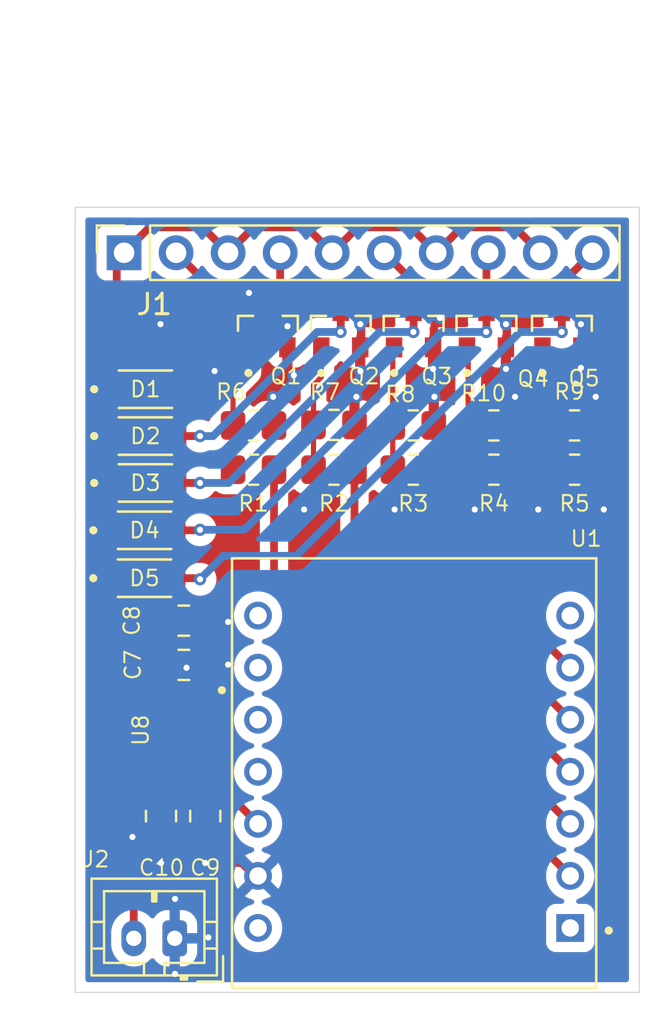
<source format=kicad_pcb>
(kicad_pcb (version 20241229) (generator "pcbnew") (generator_version "9.0")
  (layers (0 "F.Cu" signal) (2 "B.Cu" signal) (13 "F.Paste" user) (15 "B.Paste" user) (5 "F.SilkS" user "F.Silkscreen") (7 "B.SilkS" user "B.Silkscreen") (1 "F.Mask" user) (3 "B.Mask" user) (25 "Edge.Cuts" user))
  (net 0 "")
  (net 1 "GND")
  (net 2 "+V_{BATT}")
  (net 3 "+3V3")
  (net 4 "/MOTOR1-")
  (net 5 "/MOTOR2-")
  (net 6 "/MOTOR3-")
  (net 7 "/MOTOR4-")
  (net 8 "/MOTOR5-")
  (net 9 "/MOTORPWM1")
  (net 10 "/MOTORPWM2")
  (net 11 "/MOTORPWM3")
  (net 12 "/MOTORPWM4")
  (net 13 "/MOTORPWM5")
  (net 14 "Net-(U1-D1)")
  (net 15 "Net-(U1-D2)")
  (net 16 "Net-(U1-D3)")
  (net 17 "Net-(U1-D4)")
  (net 18 "Net-(U1-D5)")
  (footprint "Resistor_SMD:R_0805_2012Metric_Pad1.20x1.40mm_HandSolder" (layer "F.Cu") (at 149.7285 89.1425 180)
    (property "Reference" "R4" (at 0 -1.65 0) (layer "F.SilkS") (effects (font (size 0.762 0.762) (thickness 0.1016))))
    (property "Value" "100R")
    (fp_line (start -0.227064 0.735) (end 0.227064 0.735) (stroke (width 0.12)) (layer "F.SilkS"))
    (fp_line (start -0.227064 -0.735) (end 0.227064 -0.735) (stroke (width 0.12)) (layer "F.SilkS"))
    (pad "1" smd roundrect (at -1 0 180) (size 1.2 1.4) (layers "F.Cu" "F.Mask" "F.Paste") (roundrect_rratio 0.208333) (net 17 "Net-(U1-D4)"))
    (pad "2" smd roundrect (at 1 0 180) (size 1.2 1.4) (layers "F.Cu" "F.Mask" "F.Paste") (roundrect_rratio 0.208333) (net 12 "/MOTORPWM4"))
  )
  (footprint "Resistor_SMD:R_0805_2012Metric_Pad1.20x1.40mm_HandSolder" (layer "F.Cu") (at 153.6655 86.9835)
    (property "Reference" "R9" (at -0.2495 -1.65 0) (layer "F.SilkS") (effects (font (size 0.762 0.762) (thickness 0.1016))))
    (property "Value" "100k")
    (fp_line (start -0.227064 -0.735) (end 0.227064 -0.735) (stroke (width 0.12)) (layer "F.SilkS"))
    (fp_line (start -0.227064 0.735) (end 0.227064 0.735) (stroke (width 0.12)) (layer "F.SilkS"))
    (pad "1" smd roundrect (at -1 0) (size 1.2 1.4) (layers "F.Cu" "F.Mask" "F.Paste") (roundrect_rratio 0.208333) (net 13 "/MOTORPWM5"))
    (pad "2" smd roundrect (at 1 0) (size 1.2 1.4) (layers "F.Cu" "F.Mask" "F.Paste") (roundrect_rratio 0.208333) (net 1 "GND"))
  )
  (footprint "PMEG2010EH_115:DIO_PMEG3020EH_115" (layer "F.Cu") (at 132.6705 94.436)
    (property "Reference" "D5" (at 0 0 0) (layer "F.SilkS") (effects (font (size 0.762 0.762) (thickness 0.1016))))
    (property "Value" "D_Schottky")
    (fp_line (start -1.3 -0.9135) (end 1.3 -0.9135) (stroke (width 0.127)) (layer "F.SilkS"))
    (fp_line (start 1.3 0.9135) (end -1.3 0.9135) (stroke (width 0.127)) (layer "F.SilkS"))
    (fp_circle (center -2.5 0) (end -2.4 0) (stroke (width 0.2)) (fill no) (layer "F.SilkS"))
    (pad "1" smd rect (at -1.4 0) (size 1.2 1.2) (layers "F.Cu") (net 2 "+V_{BATT}"))
    (pad "2" smd rect (at 1.4 0) (size 1.2 1.2) (layers "F.Cu") (net 8 "/MOTOR5-"))
  )
  (footprint "PMEG2010EH_115:DIO_PMEG3020EH_115" (layer "F.Cu") (at 132.715 87.503)
    (property "Reference" "D2" (at 0 0 0) (layer "F.SilkS") (effects (font (size 0.762 0.762) (thickness 0.1016))))
    (property "Value" "D_Schottky")
    (fp_line (start -1.3 -0.9135) (end 1.3 -0.9135) (stroke (width 0.127)) (layer "F.SilkS"))
    (fp_line (start 1.3 0.9135) (end -1.3 0.9135) (stroke (width 0.127)) (layer "F.SilkS"))
    (fp_circle (center -2.5 0) (end -2.4 0) (stroke (width 0.2)) (fill no) (layer "F.SilkS"))
    (pad "1" smd rect (at -1.4 0) (size 1.2 1.2) (layers "F.Cu") (net 2 "+V_{BATT}"))
    (pad "2" smd rect (at 1.4 0) (size 1.2 1.2) (layers "F.Cu") (net 5 "/MOTOR2-"))
  )
  (footprint "IRLML6344TRPBF:TRANS_IRLML6344TRPBF" (layer "F.Cu") (at 138.6955 82.2885 90)
    (property "Reference" "Q1" (at -2.2935 0.8775 180) (layer "F.SilkS") (effects (font (size 0.762 0.762) (thickness 0.1016))))
    (property "Value" "Q_NMOS_GSD")
    (fp_line (start 0.65 -1.46) (end -0.079 -1.46) (stroke (width 0.127)) (layer "F.SilkS"))
    (fp_line (start 0.65 -0.721) (end 0.65 -1.46) (stroke (width 0.127)) (layer "F.SilkS"))
    (fp_line (start 0.65 1.46) (end 0.65 0.721) (stroke (width 0.127)) (layer "F.SilkS"))
    (fp_line (start -0.079 1.46) (end 0.65 1.46) (stroke (width 0.127)) (layer "F.SilkS"))
    (fp_circle (center -2.135 -0.95) (end -2.035 -0.95) (stroke (width 0.2)) (fill no) (layer "F.SilkS"))
    (pad "1" smd rect (at -0.885 -0.95 90) (size 0.972 0.802) (layers "F.Cu" "F.Mask" "F.Paste") (net 9 "/MOTORPWM1"))
    (pad "2" smd rect (at -0.885 0.95 90) (size 0.972 0.802) (layers "F.Cu" "F.Mask" "F.Paste") (net 1 "GND"))
    (pad "3" smd rect (at 0.885 0 90) (size 0.972 0.802) (layers "F.Cu" "F.Mask" "F.Paste") (net 4 "/MOTOR1-"))
  )
  (footprint "PMEG2010EH_115:DIO_PMEG3020EH_115" (layer "F.Cu") (at 132.715 85.217)
    (property "Reference" "D1" (at 0 0 0) (layer "F.SilkS") (effects (font (size 0.762 0.762) (thickness 0.1016))))
    (property "Value" "D_Schottky")
    (fp_line (start -1.3 -0.9135) (end 1.3 -0.9135) (stroke (width 0.127)) (layer "F.SilkS"))
    (fp_line (start 1.3 0.9135) (end -1.3 0.9135) (stroke (width 0.127)) (layer "F.SilkS"))
    (fp_circle (center -2.5 0) (end -2.4 0) (stroke (width 0.2)) (fill no) (layer "F.SilkS"))
    (pad "1" smd rect (at -1.4 0) (size 1.2 1.2) (layers "F.Cu") (net 2 "+V_{BATT}"))
    (pad "2" smd rect (at 1.4 0) (size 1.2 1.2) (layers "F.Cu") (net 4 "/MOTOR1-"))
  )
  (footprint "Capacitor_SMD:C_0805_2012Metric_Pad1.18x1.45mm_HandSolder" (layer "F.Cu") (at 134.5907 98.6663)
    (property "Reference" "C7" (at -2.4892 0 90) (layer "F.SilkS") (effects (font (size 0.762 0.762) (thickness 0.1016))))
    (property "Value" "10uF")
    (fp_line (start -0.261252 -0.735) (end 0.261252 -0.735) (stroke (width 0.12)) (layer "F.SilkS"))
    (fp_line (start -0.261252 0.735) (end 0.261252 0.735) (stroke (width 0.12)) (layer "F.SilkS"))
    (pad "1" smd roundrect (at -1.0375 0) (size 1.175 1.45) (layers "F.Cu" "F.Mask" "F.Paste") (roundrect_rratio 0.212766) (net 2 "+V_{BATT}"))
    (pad "2" smd roundrect (at 1.0375 0) (size 1.175 1.45) (layers "F.Cu" "F.Mask" "F.Paste") (roundrect_rratio 0.212766) (net 1 "GND"))
  )
  (footprint "Resistor_SMD:R_0805_2012Metric_Pad1.20x1.40mm_HandSolder" (layer "F.Cu") (at 153.6655 89.1425 180)
    (property "Reference" "R5" (at 0 -1.65 0) (layer "F.SilkS") (effects (font (size 0.762 0.762) (thickness 0.1016))))
    (property "Value" "100R")
    (fp_line (start -0.227064 0.735) (end 0.227064 0.735) (stroke (width 0.12)) (layer "F.SilkS"))
    (fp_line (start -0.227064 -0.735) (end 0.227064 -0.735) (stroke (width 0.12)) (layer "F.SilkS"))
    (pad "1" smd roundrect (at -1 0 180) (size 1.2 1.4) (layers "F.Cu" "F.Mask" "F.Paste") (roundrect_rratio 0.208333) (net 18 "Net-(U1-D5)"))
    (pad "2" smd roundrect (at 1 0 180) (size 1.2 1.4) (layers "F.Cu" "F.Mask" "F.Paste") (roundrect_rratio 0.208333) (net 13 "/MOTORPWM5"))
  )
  (footprint "Capacitor_SMD:C_0805_2012Metric_Pad1.18x1.45mm_HandSolder" (layer "F.Cu") (at 134.5907 96.5073)
    (property "Reference" "C8" (at -2.54 0 90) (layer "F.SilkS") (effects (font (size 0.762 0.762) (thickness 0.1016))))
    (property "Value" "1uF")
    (fp_line (start -0.261252 -0.735) (end 0.261252 -0.735) (stroke (width 0.12)) (layer "F.SilkS"))
    (fp_line (start -0.261252 0.735) (end 0.261252 0.735) (stroke (width 0.12)) (layer "F.SilkS"))
    (pad "1" smd roundrect (at -1.0375 0) (size 1.175 1.45) (layers "F.Cu" "F.Mask" "F.Paste") (roundrect_rratio 0.212766) (net 2 "+V_{BATT}"))
    (pad "2" smd roundrect (at 1.0375 0) (size 1.175 1.45) (layers "F.Cu" "F.Mask" "F.Paste") (roundrect_rratio 0.212766) (net 1 "GND"))
  )
  (footprint "Connector_PinSocket_2.54mm:PinSocket_1x10_P2.54mm_Vertical" (layer "F.Cu") (at 131.6736 78.5591 90)
    (property "Reference" "J1" (at -2.5177 1.4732 180) (layer "F.SilkS"))
    (property "Value" "Conn_01x10_Socket")
    (fp_line (start 1.33 -1.33) (end 1.33 0) (stroke (width 0.12)) (layer "F.SilkS"))
    (fp_line (start 0 -1.33) (end 1.33 -1.33) (stroke (width 0.12)) (layer "F.SilkS"))
    (fp_line (start 1.33 1.27) (end 1.33 24.19) (stroke (width 0.12)) (layer "F.SilkS"))
    (fp_line (start -1.33 1.27) (end 1.33 1.27) (stroke (width 0.12)) (layer "F.SilkS"))
    (fp_line (start -1.33 1.27) (end -1.33 24.19) (stroke (width 0.12)) (layer "F.SilkS"))
    (fp_line (start -1.33 24.19) (end 1.33 24.19) (stroke (width 0.12)) (layer "F.SilkS"))
    (pad "1" thru_hole rect (at 0 0 90) (size 1.7 1.7) (drill 1) (layers "*.Cu" "*.Mask") (net 2 "+V_{BATT}"))
    (pad "2" thru_hole oval (at 0 2.54 90) (size 1.7 1.7) (drill 1) (layers "*.Cu" "*.Mask") (net 4 "/MOTOR1-"))
    (pad "3" thru_hole oval (at 0 5.08 90) (size 1.7 1.7) (drill 1) (layers "*.Cu" "*.Mask") (net 2 "+V_{BATT}"))
    (pad "4" thru_hole oval (at 0 7.62 90) (size 1.7 1.7) (drill 1) (layers "*.Cu" "*.Mask") (net 5 "/MOTOR2-"))
    (pad "5" thru_hole oval (at 0 10.16 90) (size 1.7 1.7) (drill 1) (layers "*.Cu" "*.Mask") (net 2 "+V_{BATT}"))
    (pad "6" thru_hole oval (at 0 12.7 90) (size 1.7 1.7) (drill 1) (layers "*.Cu" "*.Mask") (net 6 "/MOTOR3-"))
    (pad "7" thru_hole oval (at 0 15.24 90) (size 1.7 1.7) (drill 1) (layers "*.Cu" "*.Mask") (net 2 "+V_{BATT}"))
    (pad "8" thru_hole oval (at 0 17.78 90) (size 1.7 1.7) (drill 1) (layers "*.Cu" "*.Mask") (net 7 "/MOTOR4-"))
    (pad "9" thru_hole oval (at 0 20.32 90) (size 1.7 1.7) (drill 1) (layers "*.Cu" "*.Mask") (net 2 "+V_{BATT}"))
    (pad "10" thru_hole oval (at 0 22.86 90) (size 1.7 1.7) (drill 1) (layers "*.Cu" "*.Mask") (net 8 "/MOTOR5-"))
  )
  (footprint "Resistor_SMD:R_0805_2012Metric_Pad1.20x1.40mm_HandSolder" (layer "F.Cu") (at 149.7285 86.9835)
    (property "Reference" "R10" (at -0.5035 -1.57 0) (layer "F.SilkS") (effects (font (size 0.762 0.762) (thickness 0.1016))))
    (property "Value" "100k")
    (fp_line (start -0.227064 -0.735) (end 0.227064 -0.735) (stroke (width 0.12)) (layer "F.SilkS"))
    (fp_line (start -0.227064 0.735) (end 0.227064 0.735) (stroke (width 0.12)) (layer "F.SilkS"))
    (pad "1" smd roundrect (at -1 0) (size 1.2 1.4) (layers "F.Cu" "F.Mask" "F.Paste") (roundrect_rratio 0.208333) (net 12 "/MOTORPWM4"))
    (pad "2" smd roundrect (at 1 0) (size 1.2 1.4) (layers "F.Cu" "F.Mask" "F.Paste") (roundrect_rratio 0.208333) (net 1 "GND"))
  )
  (footprint "Resistor_SMD:R_0805_2012Metric_Pad1.20x1.40mm_HandSolder" (layer "F.Cu") (at 141.9213 89.1425 180)
    (property "Reference" "R2" (at 0 -1.65 0) (layer "F.SilkS") (effects (font (size 0.762 0.762) (thickness 0.1016))))
    (property "Value" "100R")
    (fp_line (start -0.227064 0.735) (end 0.227064 0.735) (stroke (width 0.12)) (layer "F.SilkS"))
    (fp_line (start -0.227064 -0.735) (end 0.227064 -0.735) (stroke (width 0.12)) (layer "F.SilkS"))
    (pad "1" smd roundrect (at -1 0 180) (size 1.2 1.4) (layers "F.Cu" "F.Mask" "F.Paste") (roundrect_rratio 0.208333) (net 15 "Net-(U1-D2)"))
    (pad "2" smd roundrect (at 1 0 180) (size 1.2 1.4) (layers "F.Cu" "F.Mask" "F.Paste") (roundrect_rratio 0.208333) (net 10 "/MOTORPWM2"))
  )
  (footprint "STLQ015M33R:SOT95P280X145-5N" (layer "F.Cu") (at 134.747 101.852 -90)
    (property "Reference" "U8" (at 0.002 2.2606 90) (layer "F.SilkS") (effects (font (size 0.762 0.762) (thickness 0.1016))))
    (property "Value" "STLQ015M33R")
    (fp_circle (center -1.95 -1.7) (end -1.85 -1.7) (stroke (width 0.2)) (fill no) (layer "F.SilkS"))
    (pad "1" smd roundrect (at -1.145 -0.95 270) (size 1.32 0.59) (layers "F.Cu" "F.Mask" "F.Paste") (roundrect_rratio 0.125) (net 2 "+V_{BATT}"))
    (pad "2" smd roundrect (at -1.145 0 270) (size 1.32 0.59) (layers "F.Cu" "F.Mask" "F.Paste") (roundrect_rratio 0.125) (net 1 "GND"))
    (pad "3" smd roundrect (at -1.145 0.95 270) (size 1.32 0.59) (layers "F.Cu" "F.Mask" "F.Paste") (roundrect_rratio 0.125) (net 2 "+V_{BATT}"))
    (pad "4" smd roundrect (at 1.145 0.95 270) (size 1.32 0.59) (layers "F.Cu" "F.Mask" "F.Paste") (roundrect_rratio 0.125))
    (pad "5" smd roundrect (at 1.145 -0.95 270) (size 1.32 0.59) (layers "F.Cu" "F.Mask" "F.Paste") (roundrect_rratio 0.125) (net 3 "+3V3"))
  )
  (footprint "IRLML6344TRPBF:TRANS_IRLML6344TRPBF" (layer "F.Cu") (at 145.8075 82.2885 90)
    (property "Reference" "Q3" (at -2.2935 1.1315 180) (layer "F.SilkS") (effects (font (size 0.762 0.762) (thickness 0.1016))))
    (property "Value" "Q_NMOS_GSD")
    (fp_line (start 0.65 -1.46) (end -0.079 -1.46) (stroke (width 0.127)) (layer "F.SilkS"))
    (fp_line (start 0.65 -0.721) (end 0.65 -1.46) (stroke (width 0.127)) (layer "F.SilkS"))
    (fp_line (start 0.65 1.46) (end 0.65 0.721) (stroke (width 0.127)) (layer "F.SilkS"))
    (fp_line (start -0.079 1.46) (end 0.65 1.46) (stroke (width 0.127)) (layer "F.SilkS"))
    (fp_circle (center -2.135 -0.95) (end -2.035 -0.95) (stroke (width 0.2)) (fill no) (layer "F.SilkS"))
    (pad "1" smd rect (at -0.885 -0.95 90) (size 0.972 0.802) (layers "F.Cu" "F.Mask" "F.Paste") (net 11 "/MOTORPWM3"))
    (pad "2" smd rect (at -0.885 0.95 90) (size 0.972 0.802) (layers "F.Cu" "F.Mask" "F.Paste") (net 1 "GND"))
    (pad "3" smd rect (at 0.885 0 90) (size 0.972 0.802) (layers "F.Cu" "F.Mask" "F.Paste") (net 6 "/MOTOR3-"))
  )
  (footprint "Resistor_SMD:R_0805_2012Metric_Pad1.20x1.40mm_HandSolder" (layer "F.Cu") (at 137.9937 86.9835)
    (property "Reference" "R6" (at -1.0877 -1.6395 0) (layer "F.SilkS") (effects (font (size 0.762 0.762) (thickness 0.1016))))
    (property "Value" "100k")
    (fp_line (start -0.227064 -0.735) (end 0.227064 -0.735) (stroke (width 0.12)) (layer "F.SilkS"))
    (fp_line (start -0.227064 0.735) (end 0.227064 0.735) (stroke (width 0.12)) (layer "F.SilkS"))
    (pad "1" smd roundrect (at -1 0) (size 1.2 1.4) (layers "F.Cu" "F.Mask" "F.Paste") (roundrect_rratio 0.208333) (net 9 "/MOTORPWM1"))
    (pad "2" smd roundrect (at 1 0) (size 1.2 1.4) (layers "F.Cu" "F.Mask" "F.Paste") (roundrect_rratio 0.208333) (net 1 "GND"))
  )
  (footprint "Resistor_SMD:R_0805_2012Metric_Pad1.20x1.40mm_HandSolder" (layer "F.Cu") (at 145.7915 89.1425 180)
    (property "Reference" "R3" (at 0 -1.651 0) (layer "F.SilkS") (effects (font (size 0.762 0.762) (thickness 0.1016))))
    (property "Value" "100R")
    (fp_line (start -0.227064 0.735) (end 0.227064 0.735) (stroke (width 0.12)) (layer "F.SilkS"))
    (fp_line (start -0.227064 -0.735) (end 0.227064 -0.735) (stroke (width 0.12)) (layer "F.SilkS"))
    (pad "1" smd roundrect (at -1 0 180) (size 1.2 1.4) (layers "F.Cu" "F.Mask" "F.Paste") (roundrect_rratio 0.208333) (net 16 "Net-(U1-D3)"))
    (pad "2" smd roundrect (at 1 0 180) (size 1.2 1.4) (layers "F.Cu" "F.Mask" "F.Paste") (roundrect_rratio 0.208333) (net 11 "/MOTORPWM3"))
  )
  (footprint "Resistor_SMD:R_0805_2012Metric_Pad1.20x1.40mm_HandSolder" (layer "F.Cu") (at 137.9937 89.1425 180)
    (property "Reference" "R1" (at 0 -1.65 0) (layer "F.SilkS") (effects (font (size 0.762 0.762) (thickness 0.1016))))
    (property "Value" "100R")
    (fp_line (start -0.227064 0.735) (end 0.227064 0.735) (stroke (width 0.12)) (layer "F.SilkS"))
    (fp_line (start -0.227064 -0.735) (end 0.227064 -0.735) (stroke (width 0.12)) (layer "F.SilkS"))
    (pad "1" smd roundrect (at -1 0 180) (size 1.2 1.4) (layers "F.Cu" "F.Mask" "F.Paste") (roundrect_rratio 0.208333) (net 14 "Net-(U1-D1)"))
    (pad "2" smd roundrect (at 1 0 180) (size 1.2 1.4) (layers "F.Cu" "F.Mask" "F.Paste") (roundrect_rratio 0.208333) (net 9 "/MOTORPWM1"))
  )
  (footprint "Capacitor_SMD:C_0805_2012Metric_Pad1.18x1.45mm_HandSolder" (layer "F.Cu") (at 135.636 106.043 -90)
    (property "Reference" "C9" (at 2.5166 0 180) (layer "F.SilkS") (effects (font (size 0.762 0.762) (thickness 0.1016))))
    (property "Value" "1uF")
    (fp_line (start -0.261252 0.735) (end 0.261252 0.735) (stroke (width 0.12)) (layer "F.SilkS"))
    (fp_line (start -0.261252 -0.735) (end 0.261252 -0.735) (stroke (width 0.12)) (layer "F.SilkS"))
    (pad "1" smd roundrect (at -1.0375 0 270) (size 1.175 1.45) (layers "F.Cu" "F.Mask" "F.Paste") (roundrect_rratio 0.212766) (net 3 "+3V3"))
    (pad "2" smd roundrect (at 1.0375 0 270) (size 1.175 1.45) (layers "F.Cu" "F.Mask" "F.Paste") (roundrect_rratio 0.212766) (net 1 "GND"))
  )
  (footprint "PMEG2010EH_115:DIO_PMEG3020EH_115" (layer "F.Cu") (at 132.715 89.789)
    (property "Reference" "D3" (at 0 0 0) (layer "F.SilkS") (effects (font (size 0.762 0.762) (thickness 0.1016))))
    (property "Value" "D_Schottky")
    (fp_line (start -1.3 -0.9135) (end 1.3 -0.9135) (stroke (width 0.127)) (layer "F.SilkS"))
    (fp_line (start 1.3 0.9135) (end -1.3 0.9135) (stroke (width 0.127)) (layer "F.SilkS"))
    (fp_circle (center -2.5 0) (end -2.4 0) (stroke (width 0.2)) (fill no) (layer "F.SilkS"))
    (pad "1" smd rect (at -1.4 0) (size 1.2 1.2) (layers "F.Cu") (net 2 "+V_{BATT}"))
    (pad "2" smd rect (at 1.4 0) (size 1.2 1.2) (layers "F.Cu") (net 6 "/MOTOR3-"))
  )
  (footprint "Capacitor_SMD:C_0805_2012Metric_Pad1.18x1.45mm_HandSolder" (layer "F.Cu") (at 133.477 106.043 -90)
    (property "Reference" "C10" (at 2.5166 -0.0254 180) (layer "F.SilkS") (effects (font (size 0.762 0.762) (thickness 0.1016))))
    (property "Value" "10uF")
    (fp_line (start -0.261252 0.735) (end 0.261252 0.735) (stroke (width 0.12)) (layer "F.SilkS"))
    (fp_line (start -0.261252 -0.735) (end 0.261252 -0.735) (stroke (width 0.12)) (layer "F.SilkS"))
    (pad "1" smd roundrect (at -1.0375 0 270) (size 1.175 1.45) (layers "F.Cu" "F.Mask" "F.Paste") (roundrect_rratio 0.212766) (net 3 "+3V3"))
    (pad "2" smd roundrect (at 1.0375 0 270) (size 1.175 1.45) (layers "F.Cu" "F.Mask" "F.Paste") (roundrect_rratio 0.212766) (net 1 "GND"))
  )
  (footprint "IRLML6344TRPBF:TRANS_IRLML6344TRPBF" (layer "F.Cu") (at 142.2515 82.2885 90)
    (property "Reference" "Q2" (at -2.2935 1.1315 180) (layer "F.SilkS") (effects (font (size 0.762 0.762) (thickness 0.1016))))
    (property "Value" "Q_NMOS_GSD")
    (fp_line (start 0.65 -1.46) (end -0.079 -1.46) (stroke (width 0.127)) (layer "F.SilkS"))
    (fp_line (start 0.65 -0.721) (end 0.65 -1.46) (stroke (width 0.127)) (layer "F.SilkS"))
    (fp_line (start 0.65 1.46) (end 0.65 0.721) (stroke (width 0.127)) (layer "F.SilkS"))
    (fp_line (start -0.079 1.46) (end 0.65 1.46) (stroke (width 0.127)) (layer "F.SilkS"))
    (fp_circle (center -2.135 -0.95) (end -2.035 -0.95) (stroke (width 0.2)) (fill no) (layer "F.SilkS"))
    (pad "1" smd rect (at -0.885 -0.95 90) (size 0.972 0.802) (layers "F.Cu" "F.Mask" "F.Paste") (net 10 "/MOTORPWM2"))
    (pad "2" smd rect (at -0.885 0.95 90) (size 0.972 0.802) (layers "F.Cu" "F.Mask" "F.Paste") (net 1 "GND"))
    (pad "3" smd rect (at 0.885 0 90) (size 0.972 0.802) (layers "F.Cu" "F.Mask" "F.Paste") (net 5 "/MOTOR2-"))
  )
  (footprint "113991054:MODULE_113991054" (layer "F.Cu") (at 145.8333 103.9438 180)
    (property "Reference" "U1" (at -8.3955 11.437 0) (layer "F.SilkS") (effects (font (size 0.762 0.762) (thickness 0.1016))))
    (property "Value" "113991054")
    (fp_line (start 8.89 10.4775) (end -8.89 10.4775) (stroke (width 0.127)) (layer "F.SilkS"))
    (fp_line (start 8.89 -10.4775) (end 8.89 10.4775) (stroke (width 0.127)) (layer "F.SilkS"))
    (fp_line (start -8.89 10.4775) (end -8.89 -10.4775) (stroke (width 0.127)) (layer "F.SilkS"))
    (fp_line (start -8.89 -10.4775) (end 8.89 -10.4775) (stroke (width 0.127)) (layer "F.SilkS"))
    (fp_circle (center -9.5 -7.6835) (end -9.4 -7.6835) (stroke (width 0.2)) (fill no) (layer "F.SilkS"))
    (pad "1" thru_hole rect (at -7.62 -7.5565 180) (size 1.358 1.358) (drill 0.85) (layers "*.Cu" "*.Mask"))
    (pad "2" thru_hole circle (at -7.62 -5.0165 180) (size 1.358 1.358) (drill 0.85) (layers "*.Cu" "*.Mask") (net 14 "Net-(U1-D1)"))
    (pad "3" thru_hole circle (at -7.62 -2.4765 180) (size 1.358 1.358) (drill 0.85) (layers "*.Cu" "*.Mask") (net 15 "Net-(U1-D2)"))
    (pad "4" thru_hole circle (at -7.62 0.0635 180) (size 1.358 1.358) (drill 0.85) (layers "*.Cu" "*.Mask") (net 16 "Net-(U1-D3)"))
    (pad "5" thru_hole circle (at -7.62 2.6035 180) (size 1.358 1.358) (drill 0.85) (layers "*.Cu" "*.Mask") (net 17 "Net-(U1-D4)"))
    (pad "6" thru_hole circle (at -7.62 5.1435 180) (size 1.358 1.358) (drill 0.85) (layers "*.Cu" "*.Mask") (net 18 "Net-(U1-D5)"))
    (pad "7" thru_hole circle (at -7.62 7.6835 180) (size 1.358 1.358) (drill 0.85) (layers "*.Cu" "*.Mask"))
    (pad "8" thru_hole circle (at 7.62 7.6835 180) (size 1.358 1.358) (drill 0.85) (layers "*.Cu" "*.Mask"))
    (pad "9" thru_hole circle (at 7.62 5.1435 180) (size 1.358 1.358) (drill 0.85) (layers "*.Cu" "*.Mask"))
    (pad "10" thru_hole circle (at 7.62 2.6035 180) (size 1.358 1.358) (drill 0.85) (layers "*.Cu" "*.Mask"))
    (pad "11" thru_hole circle (at 7.62 0.0635 180) (size 1.358 1.358) (drill 0.85) (layers "*.Cu" "*.Mask"))
    (pad "12" thru_hole circle (at 7.62 -2.4765 180) (size 1.358 1.358) (drill 0.85) (layers "*.Cu" "*.Mask") (net 3 "+3V3"))
    (pad "13" thru_hole circle (at 7.62 -5.0165 180) (size 1.358 1.358) (drill 0.85) (layers "*.Cu" "*.Mask") (net 1 "GND"))
    (pad "14" thru_hole circle (at 7.62 -7.5565 180) (size 1.358 1.358) (drill 0.85) (layers "*.Cu" "*.Mask"))
  )
  (footprint "Resistor_SMD:R_0805_2012Metric_Pad1.20x1.40mm_HandSolder" (layer "F.Cu") (at 141.9213 86.9581)
    (property "Reference" "R7" (at -0.4433 -1.6141 0) (layer "F.SilkS") (effects (font (size 0.762 0.762) (thickness 0.1016))))
    (property "Value" "100k")
    (fp_line (start -0.227064 -0.735) (end 0.227064 -0.735) (stroke (width 0.12)) (layer "F.SilkS"))
    (fp_line (start -0.227064 0.735) (end 0.227064 0.735) (stroke (width 0.12)) (layer "F.SilkS"))
    (pad "1" smd roundrect (at -1 0) (size 1.2 1.4) (layers "F.Cu" "F.Mask" "F.Paste") (roundrect_rratio 0.208333) (net 10 "/MOTORPWM2"))
    (pad "2" smd roundrect (at 1 0) (size 1.2 1.4) (layers "F.Cu" "F.Mask" "F.Paste") (roundrect_rratio 0.208333) (net 1 "GND"))
  )
  (footprint "PMEG2010EH_115:DIO_PMEG3020EH_115" (layer "F.Cu") (at 132.6735 92.1)
    (property "Reference" "D4" (at 0 0 0) (layer "F.SilkS") (effects (font (size 0.762 0.762) (thickness 0.1016))))
    (property "Value" "D_Schottky")
    (fp_line (start -1.3 -0.9135) (end 1.3 -0.9135) (stroke (width 0.127)) (layer "F.SilkS"))
    (fp_line (start 1.3 0.9135) (end -1.3 0.9135) (stroke (width 0.127)) (layer "F.SilkS"))
    (fp_circle (center -2.5 0) (end -2.4 0) (stroke (width 0.2)) (fill no) (layer "F.SilkS"))
    (pad "1" smd rect (at -1.4 0) (size 1.2 1.2) (layers "F.Cu") (net 2 "+V_{BATT}"))
    (pad "2" smd rect (at 1.4 0) (size 1.2 1.2) (layers "F.Cu") (net 7 "/MOTOR4-"))
  )
  (footprint "IRLML6344TRPBF:TRANS_IRLML6344TRPBF" (layer "F.Cu") (at 153.0465 82.2885 90)
    (property "Reference" "Q5" (at -2.3951 1.0807 180) (layer "F.SilkS") (effects (font (size 0.762 0.762) (thickness 0.1016))))
    (property "Value" "Q_NMOS_GSD")
    (fp_line (start 0.65 -1.46) (end -0.079 -1.46) (stroke (width 0.127)) (layer "F.SilkS"))
    (fp_line (start 0.65 -0.721) (end 0.65 -1.46) (stroke (width 0.127)) (layer "F.SilkS"))
    (fp_line (start 0.65 1.46) (end 0.65 0.721) (stroke (width 0.127)) (layer "F.SilkS"))
    (fp_line (start -0.079 1.46) (end 0.65 1.46) (stroke (width 0.127)) (layer "F.SilkS"))
    (fp_circle (center -2.135 -0.95) (end -2.035 -0.95) (stroke (width 0.2)) (fill no) (layer "F.SilkS"))
    (pad "1" smd rect (at -0.885 -0.95 90) (size 0.972 0.802) (layers "F.Cu" "F.Mask" "F.Paste") (net 13 "/MOTORPWM5"))
    (pad "2" smd rect (at -0.885 0.95 90) (size 0.972 0.802) (layers "F.Cu" "F.Mask" "F.Paste") (net 1 "GND"))
    (pad "3" smd rect (at 0.885 0 90) (size 0.972 0.802) (layers "F.Cu" "F.Mask" "F.Paste") (net 8 "/MOTOR5-"))
  )
  (footprint "Resistor_SMD:R_0805_2012Metric_Pad1.20x1.40mm_HandSolder" (layer "F.Cu") (at 145.7915 86.9835)
    (property "Reference" "R8" (at -0.6305 -1.524 0) (layer "F.SilkS") (effects (font (size 0.762 0.762) (thickness 0.1016))))
    (property "Value" "100k")
    (fp_line (start -0.227064 -0.735) (end 0.227064 -0.735) (stroke (width 0.12)) (layer "F.SilkS"))
    (fp_line (start -0.227064 0.735) (end 0.227064 0.735) (stroke (width 0.12)) (layer "F.SilkS"))
    (pad "1" smd roundrect (at -1 0) (size 1.2 1.4) (layers "F.Cu" "F.Mask" "F.Paste") (roundrect_rratio 0.208333) (net 11 "/MOTORPWM3"))
    (pad "2" smd roundrect (at 1 0) (size 1.2 1.4) (layers "F.Cu" "F.Mask" "F.Paste") (roundrect_rratio 0.208333) (net 1 "GND"))
  )
  (footprint "Connector_JST:JST_PH_B2B-PH-K_1x02_P2.00mm_Vertical" (layer "F.Cu") (at 134.1468 112.0052 180)
    (property "Reference" "J2" (at 3.8448 3.852 180) (layer "F.SilkS") (effects (font (size 0.762 0.762) (thickness 0.1016))))
    (property "Value" "Conn_01x02_Socket")
    (fp_line (start 4.06 2.91) (end 4.06 -1.81) (stroke (width 0.12)) (layer "F.SilkS"))
    (fp_line (start 4.06 0.8) (end 3.45 0.8) (stroke (width 0.12)) (layer "F.SilkS"))
    (fp_line (start 4.06 -0.5) (end 3.45 -0.5) (stroke (width 0.12)) (layer "F.SilkS"))
    (fp_line (start 4.06 -1.81) (end -2.06 -1.81) (stroke (width 0.12)) (layer "F.SilkS"))
    (fp_line (start 3.45 2.3) (end 3.45 -1.2) (stroke (width 0.12)) (layer "F.SilkS"))
    (fp_line (start 3.45 -1.2) (end 1.5 -1.2) (stroke (width 0.12)) (layer "F.SilkS"))
    (fp_line (start 1.5 -1.2) (end 1.5 -1.81) (stroke (width 0.12)) (layer "F.SilkS"))
    (fp_line (start 1.1 1.8) (end 1.1 2.3) (stroke (width 0.12)) (layer "F.SilkS"))
    (fp_line (start 1 2.3) (end 1 1.8) (stroke (width 0.12)) (layer "F.SilkS"))
    (fp_line (start 0.9 2.3) (end 0.9 1.8) (stroke (width 0.12)) (layer "F.SilkS"))
    (fp_line (start 0.9 1.8) (end 1.1 1.8) (stroke (width 0.12)) (layer "F.SilkS"))
    (fp_line (start 0.5 -1.2) (end -1.45 -1.2) (stroke (width 0.12)) (layer "F.SilkS"))
    (fp_line (start 0.5 -1.81) (end 0.5 -1.2) (stroke (width 0.12)) (layer "F.SilkS"))
    (fp_line (start -0.3 -1.81) (end -0.3 -2.01) (stroke (width 0.12)) (layer "F.SilkS"))
    (fp_line (start -0.3 -1.91) (end -0.6 -1.91) (stroke (width 0.12)) (layer "F.SilkS"))
    (fp_line (start -0.3 -2.01) (end -0.6 -2.01) (stroke (width 0.12)) (layer "F.SilkS"))
    (fp_line (start -0.6 -2.01) (end -0.6 -1.81) (stroke (width 0.12)) (layer "F.SilkS"))
    (fp_line (start -1.11 -2.11) (end -2.36 -2.11) (stroke (width 0.12)) (layer "F.SilkS"))
    (fp_line (start -1.45 2.3) (end 3.45 2.3) (stroke (width 0.12)) (layer "F.SilkS"))
    (fp_line (start -1.45 -1.2) (end -1.45 2.3) (stroke (width 0.12)) (layer "F.SilkS"))
    (fp_line (start -2.06 2.91) (end 4.06 2.91) (stroke (width 0.12)) (layer "F.SilkS"))
    (fp_line (start -2.06 0.8) (end -1.45 0.8) (stroke (width 0.12)) (layer "F.SilkS"))
    (fp_line (start -2.06 -0.5) (end -1.45 -0.5) (stroke (width 0.12)) (layer "F.SilkS"))
    (fp_line (start -2.06 -1.81) (end -2.06 2.91) (stroke (width 0.12)) (layer "F.SilkS"))
    (fp_line (start -2.36 -2.11) (end -2.36 -0.86) (stroke (width 0.12)) (layer "F.SilkS"))
    (pad "1" thru_hole roundrect (at 0 0 180) (size 1.2 1.75) (drill 0.75) (layers "*.Cu" "*.Mask") (roundrect_rratio 0.208333) (net 1 "GND"))
    (pad "2" thru_hole oval (at 2 0 180) (size 1.2 1.75) (drill 0.75) (layers "*.Cu" "*.Mask") (net 2 "+V_{BATT}"))
  )
  (footprint "IRLML6344TRPBF:TRANS_IRLML6344TRPBF" (layer "F.Cu") (at 149.3635 82.2885 90)
    (property "Reference" "Q4" (at -2.4205 2.2745 180) (layer "F.SilkS") (effects (font (size 0.762 0.762) (thickness 0.1016))))
    (property "Value" "Q_NMOS_GSD")
    (fp_line (start 0.65 -1.46) (end -0.079 -1.46) (stroke (width 0.127)) (layer "F.SilkS"))
    (fp_line (start 0.65 -0.721) (end 0.65 -1.46) (stroke (width 0.127)) (layer "F.SilkS"))
    (fp_line (start 0.65 1.46) (end 0.65 0.721) (stroke (width 0.127)) (layer "F.SilkS"))
    (fp_line (start -0.079 1.46) (end 0.65 1.46) (stroke (width 0.127)) (layer "F.SilkS"))
    (fp_circle (center -2.135 -0.95) (end -2.035 -0.95) (stroke (width 0.2)) (fill no) (layer "F.SilkS"))
    (pad "1" smd rect (at -0.885 -0.95 90) (size 0.972 0.802) (layers "F.Cu" "F.Mask" "F.Paste") (net 12 "/MOTORPWM4"))
    (pad "2" smd rect (at -0.885 0.95 90) (size 0.972 0.802) (layers "F.Cu" "F.Mask" "F.Paste") (net 1 "GND"))
    (pad "3" smd rect (at 0.885 0 90) (size 0.972 0.802) (layers "F.Cu" "F.Mask" "F.Paste") (net 7 "/MOTOR4-"))
  )
  (gr_rect (start 129.286 76.3397) (end 156.8196 114.6429) (stroke (width 0.05)) (fill no) (layer "Edge.Cuts"))
  (segment (start 134.1468 112.0052) (end 135.7464 112.0052) (width 0.381) (layer "F.Cu") (net 1))
  (segment (start 143.2015 84.3243) (end 143.210858 84.333658) (width 0.254) (layer "F.Cu") (net 1))
  (segment (start 138.9937 86.9835) (end 138.9937 85.6307) (width 0.254) (layer "F.Cu") (net 1))
  (segment (start 135.6282 98.6663) (end 136.7409 98.6663) (width 0.381) (layer "F.Cu") (net 1))
  (segment (start 137.414 108.331) (end 135.636 108.331) (width 0.381) (layer "F.Cu") (net 1))
  (segment (start 142.9213 86.9581) (end 142.9213 85.6787) (width 0.254) (layer "F.Cu") (net 1))
  (segment (start 146.7915 86.9835) (end 146.7915 85.6185) (width 0.254) (layer "F.Cu") (net 1))
  (segment (start 139.6455 84.2227) (end 139.959658 84.536858) (width 0.254) (layer "F.Cu") (net 1))
  (segment (start 146.7915 85.6185) (end 146.8235 85.5865) (width 0.254) (layer "F.Cu") (net 1))
  (segment (start 143.2052 82.1944) (end 143.2015 82.1981) (width 0.254) (layer "F.Cu") (net 1))
  (segment (start 134.1468 113.7252) (end 134.1628 113.7412) (width 0.381) (layer "F.Cu") (net 1))
  (segment (start 135.636 107.0805) (end 135.636 108.331) (width 0.381) (layer "F.Cu") (net 1))
  (segment (start 134.747 99.5475) (end 135.6282 98.6663) (width 0.381) (layer "F.Cu") (net 1))
  (segment (start 154.6655 86.9835) (end 154.6655 85.6185) (width 0.254) (layer "F.Cu") (net 1))
  (segment (start 150.7285 86.9835) (end 150.7285 85.6185) (width 0.254) (layer "F.Cu") (net 1))
  (segment (start 134.1468 110.0996) (end 134.1628 110.0836) (width 0.381) (layer "F.Cu") (net 1))
  (segment (start 146.7575 84.2227) (end 146.7612 84.2264) (width 0.254) (layer "F.Cu") (net 1))
  (segment (start 134.747 100.707) (end 134.747 98.8314) (width 0.381) (layer "F.Cu") (net 1))
  (segment (start 136.7536 96.5708) (end 136.6901 96.5073) (width 0.381) (layer "F.Cu") (net 1))
  (segment (start 132.0995 107.0805) (end 132.08 107.061) (width 0.381) (layer "F.Cu") (net 1))
  (segment (start 139.6455 82.1473) (end 139.6492 82.1436) (width 0.254) (layer "F.Cu") (net 1))
  (segment (start 153.9965 84.1539) (end 153.9748 84.1756) (width 0.254) (layer "F.Cu") (net 1))
  (segment (start 150.3135 83.1735) (end 150.3135 82.0457) (width 0.254) (layer "F.Cu") (net 1))
  (segment (start 133.477 107.0805) (end 132.0995 107.0805) (width 0.381) (layer "F.Cu") (net 1))
  (segment (start 139.6455 83.1735) (end 139.6455 82.1473) (width 0.254) (layer "F.Cu") (net 1))
  (segment (start 136.7409 98.6663) (end 136.7536 98.6536) (width 0.381) (layer "F.Cu") (net 1))
  (segment (start 143.2015 82.1981) (end 143.2015 83.1735) (width 0.254) (layer "F.Cu") (net 1))
  (segment (start 135.7464 112.0052) (end 135.7884 111.9632) (width 0.381) (layer "F.Cu") (net 1))
  (segment (start 146.7575 82.077287) (end 147.095348 81.739439) (width 0.254) (layer "F.Cu") (net 1))
  (segment (start 133.477 107.0805) (end 133.477 108.331) (width 0.381) (layer "F.Cu") (net 1))
  (segment (start 153.9748 83.1518) (end 153.9748 82.042) (width 0.254) (layer "F.Cu") (net 1))
  (segment (start 150.3135 82.0457) (end 150.3172 82.042) (width 0.254) (layer "F.Cu") (net 1))
  (segment (start 150.3135 83.1735) (end 150.3135 84.2227) (width 0.254) (layer "F.Cu") (net 1))
  (segment (start 138.0433 108.9603) (end 138.2133 108.9603) (width 0.381) (layer "F.Cu") (net 1))
  (segment (start 137.414 108.331) (end 138.0433 108.9603) (width 0.381) (layer "F.Cu") (net 1))
  (segment (start 138.9937 85.6307) (end 138.9495 85.5865) (width 0.254) (layer "F.Cu") (net 1))
  (segment (start 139.6455 83.1735) (end 139.6455 84.2227) (width 0.254) (layer "F.Cu") (net 1))
  (segment (start 134.747 100.707) (end 134.747 99.5475) (width 0.381) (layer "F.Cu") (net 1))
  (segment (start 135.6282 98.6663) (end 135.6282 96.5073) (width 0.381) (layer "F.Cu") (net 1))
  (segment (start 143.2052 82.042) (end 143.2052 82.1944) (width 0.254) (layer "F.Cu") (net 1))
  (segment (start 153.9965 83.1735) (end 153.9748 83.1518) (width 0.254) (layer "F.Cu") (net 1))
  (segment (start 134.747 98.8314) (end 134.7216 98.806) (width 0.381) (layer "F.Cu") (net 1))
  (segment (start 154.6655 85.6185) (end 154.6975 85.5865) (width 0.254) (layer "F.Cu") (net 1))
  (segment (start 136.6901 96.5073) (end 135.6282 96.5073) (width 0.381) (layer "F.Cu") (net 1))
  (segment (start 146.7575 83.1735) (end 146.7575 84.2227) (width 0.254) (layer "F.Cu") (net 1))
  (segment (start 134.1468 112.0052) (end 134.1468 110.0996) (width 0.381) (layer "F.Cu") (net 1))
  (segment (start 146.7575 83.1735) (end 146.7575 82.077287) (width 0.254) (layer "F.Cu") (net 1))
  (segment (start 150.3135 84.2227) (end 150.3172 84.2264) (width 0.254) (layer "F.Cu") (net 1))
  (segment (start 153.9965 83.1735) (end 153.9965 84.1539) (width 0.254) (layer "F.Cu") (net 1))
  (segment (start 134.1468 112.0052) (end 134.1468 113.7252) (width 0.381) (layer "F.Cu") (net 1))
  (segment (start 133.477 108.331) (end 135.636 108.331) (width 0.381) (layer "F.Cu") (net 1))
  (segment (start 143.2015 83.1735) (end 143.2015 84.3243) (width 0.254) (layer "F.Cu") (net 1))
  (segment (start 142.9213 85.6787) (end 143.0135 85.5865) (width 0.254) (layer "F.Cu") (net 1))
  (segment (start 150.7285 85.6185) (end 150.7605 85.5865) (width 0.254) (layer "F.Cu") (net 1))
  (via (at 150.3172 82.042) (size 0.6) (drill 0.3) (layers "F.Cu" "B.Cu") (net 1))
  (via (at 135.7884 111.9632) (size 0.6) (drill 0.3) (layers "F.Cu" "B.Cu") (net 1))
  (via (at 143.2052 82.042) (size 0.6) (drill 0.3) (layers "F.Cu" "B.Cu") (net 1))
  (via (at 136.7536 98.6536) (size 0.6) (drill 0.3) (layers "F.Cu" "B.Cu") (net 1))
  (via (at 150.7605 85.5865) (size 0.6) (drill 0.3) (layers "F.Cu" "B.Cu") (net 1))
  (via (at 139.959658 84.536858) (size 0.6) (drill 0.3) (layers "F.Cu" "B.Cu") (net 1))
  (via (at 133.4516 82.042) (size 0.6) (drill 0.3) (layers "F.Cu" "B.Cu") (net 1))
  (via (at 134.7216 98.806) (size 0.6) (drill 0.3) (layers "F.Cu" "B.Cu") (net 1))
  (via (at 155.0924 91.0844) (size 0.6) (drill 0.3) (layers "F.Cu" "B.Cu") (net 1))
  (via (at 135.636 108.331) (size 0.6) (drill 0.3) (layers "F.Cu" "B.Cu") (net 1))
  (via (at 146.8235 85.5865) (size 0.6) (drill 0.3) (layers "F.Cu" "B.Cu") (net 1))
  (via (at 133.477 108.331) (size 0.6) (drill 0.3) (layers "F.Cu" "B.Cu") (net 1))
  (via (at 147.095348 81.739439) (size 0.6) (drill 0.3) (layers "F.Cu" "B.Cu") (net 1))
  (via (at 138.9495 85.5865) (size 0.6) (drill 0.3) (layers "F.Cu" "B.Cu") (net 1))
  (via (at 146.7612 84.2264) (size 0.6) (drill 0.3) (layers "F.Cu" "B.Cu") (net 1))
  (via (at 154.6975 85.5865) (size 0.6) (drill 0.3) (layers "F.Cu" "B.Cu") (net 1))
  (via (at 140.462 91.0844) (size 0.6) (drill 0.3) (layers "F.Cu" "B.Cu") (net 1))
  (via (at 143.0135 85.5865) (size 0.6) (drill 0.3) (layers "F.Cu" "B.Cu") (net 1))
  (via (at 148.7932 91.0844) (size 0.6) (drill 0.3) (layers "F.Cu" "B.Cu") (net 1))
  (via (at 143.210858 84.333658) (size 0.6) (drill 0.3) (layers "F.Cu" "B.Cu") (net 1))
  (via (at 151.892 91.0844) (size 0.6) (drill 0.3) (layers "F.Cu" "B.Cu") (net 1))
  (via (at 153.9748 82.042) (size 0.6) (drill 0.3) (layers "F.Cu" "B.Cu") (net 1))
  (via (at 139.6492 82.1436) (size 0.6) (drill 0.3) (layers "F.Cu" "B.Cu") (net 1))
  (via (at 137.7696 80.518) (size 0.6) (drill 0.3) (layers "F.Cu" "B.Cu") (net 1))
  (via (at 132.08 107.061) (size 0.6) (drill 0.3) (layers "F.Cu" "B.Cu") (net 1))
  (via (at 134.1628 110.0836) (size 0.6) (drill 0.3) (layers "F.Cu" "B.Cu") (net 1))
  (via (at 136.0932 84.328) (size 0.6) (drill 0.3) (layers "F.Cu" "B.Cu") (net 1))
  (via (at 134.1628 113.7412) (size 0.6) (drill 0.3) (layers "F.Cu" "B.Cu") (net 1))
  (via (at 136.7536 96.5708) (size 0.6) (drill 0.3) (layers "F.Cu" "B.Cu") (net 1))
  (via (at 150.3172 84.2264) (size 0.6) (drill 0.3) (layers "F.Cu" "B.Cu") (net 1))
  (via (at 153.9748 84.1756) (size 0.6) (drill 0.3) (layers "F.Cu" "B.Cu") (net 1))
  (via (at 144.8816 91.0844) (size 0.6) (drill 0.3) (layers "F.Cu" "B.Cu") (net 1))
  (segment (start 139.959658 84.536858) (end 139.838035 84.415235) (width 0.254) (layer "B.Cu") (net 1))
  (segment (start 151.9936 78.5591) (end 150.7521 77.3176) (width 0.381) (layer "F.Cu") (net 2))
  (segment (start 131.315 78.9177) (end 131.6736 78.5591) (width 0.381) (layer "F.Cu") (net 2))
  (segment (start 131.315 85.217) (end 131.315 87.503) (width 0.381) (layer "F.Cu") (net 2))
  (segment (start 131.2705 96.5073) (end 133.5532 96.5073) (width 0.381) (layer "F.Cu") (net 2))
  (segment (start 132.9151 77.3176) (end 131.6736 78.5591) (width 0.381) (layer "F.Cu") (net 2))
  (segment (start 135.5121 77.3176) (end 132.9151 77.3176) (width 0.381) (layer "F.Cu") (net 2))
  (segment (start 133.797 101.529492) (end 133.797 100.707) (width 0.381) (layer "F.Cu") (net 2))
  (segment (start 132.08 78.9655) (end 131.6736 78.5591) (width 0.381) (layer "F.Cu") (net 2))
  (segment (start 135.697 101.4882) (end 135.1788 102.0064) (width 0.381) (layer "F.Cu") (net 2))
  (segment (start 148.1551 77.3176) (end 146.9136 78.5591) (width 0.381) (layer "F.Cu") (net 2))
  (segment (start 131.315 92.0585) (end 131.2735 92.1) (width 0.381) (layer "F.Cu") (net 2))
  (segment (start 150.7521 77.3176) (end 148.1551 77.3176) (width 0.381) (layer "F.Cu") (net 2))
  (segment (start 131.2735 94.433) (end 131.2705 94.436) (width 0.381) (layer "F.Cu") (net 2))
  (segment (start 143.0751 77.3176) (end 141.8336 78.5591) (width 0.381) (layer "F.Cu") (net 2))
  (segment (start 131.2705 109.1725) (end 132.1468 110.0488) (width 0.381) (layer "F.Cu") (net 2))
  (segment (start 146.9136 78.5591) (end 145.6721 77.3176) (width 0.381) (layer "F.Cu") (net 2))
  (segment (start 134.273908 102.0064) (end 133.797 101.529492) (width 0.381) (layer "F.Cu") (net 2))
  (segment (start 136.7536 78.5591) (end 137.9951 77.3176) (width 0.381) (layer "F.Cu") (net 2))
  (segment (start 135.697 100.707) (end 135.697 101.4882) (width 0.381) (layer "F.Cu") (net 2))
  (segment (start 145.6721 77.3176) (end 143.0751 77.3176) (width 0.381) (layer "F.Cu") (net 2))
  (segment (start 135.1788 102.0064) (end 134.273908 102.0064) (width 0.381) (layer "F.Cu") (net 2))
  (segment (start 131.2735 92.1) (end 131.2735 94.433) (width 0.381) (layer "F.Cu") (net 2))
  (segment (start 133.5532 96.5073) (end 133.5532 98.6663) (width 0.381) (layer "F.Cu") (net 2))
  (segment (start 133.797 100.707) (end 133.797 98.9101) (width 0.381) (layer "F.Cu") (net 2))
  (segment (start 131.2705 94.436) (end 131.2705 95.9137) (width 0.381) (layer "F.Cu") (net 2))
  (segment (start 133.797 98.9101) (end 133.5532 98.6663) (width 0.381) (layer "F.Cu") (net 2))
  (segment (start 131.315 89.789) (end 131.315 92.0585) (width 0.381) (layer "F.Cu") (net 2))
  (segment (start 131.2705 109.1725) (end 131.2705 95.9137) (width 0.381) (layer "F.Cu") (net 2))
  (segment (start 131.315 87.503) (end 131.315 89.789) (width 0.381) (layer "F.Cu") (net 2))
  (segment (start 131.315 85.217) (end 131.315 78.9177) (width 0.381) (layer "F.Cu") (net 2))
  (segment (start 132.1468 110.0488) (end 132.1468 112.0052) (width 0.381) (layer "F.Cu") (net 2))
  (segment (start 137.9951 77.3176) (end 140.5921 77.3176) (width 0.381) (layer "F.Cu") (net 2))
  (segment (start 136.7536 78.5591) (end 135.5121 77.3176) (width 0.381) (layer "F.Cu") (net 2))
  (segment (start 140.5921 77.3176) (end 141.8336 78.5591) (width 0.381) (layer "F.Cu") (net 2))
  (segment (start 135.636 105.0055) (end 136.7985 105.0055) (width 0.381) (layer "F.Cu") (net 3))
  (segment (start 133.477 104.267) (end 133.6955 104.0485) (width 0.381) (layer "F.Cu") (net 3))
  (segment (start 133.477 105.0055) (end 133.477 104.267) (width 0.381) (layer "F.Cu") (net 3))
  (segment (start 136.7985 105.0055) (end 138.2133 106.4203) (width 0.381) (layer "F.Cu") (net 3))
  (segment (start 135.697 104.9445) (end 135.636 105.0055) (width 0.381) (layer "F.Cu") (net 3))
  (segment (start 135.697 102.997) (end 135.697 103.886) (width 0.381) (layer "F.Cu") (net 3))
  (segment (start 135.697 103.886) (end 135.697 104.9445) (width 0.381) (layer "F.Cu") (net 3))
  (segment (start 133.6955 104.0485) (end 135.6715 104.0485) (width 0.381) (layer "F.Cu") (net 3))
  (segment (start 137.0365 81.382) (end 137.0365 81.4035) (width 0.381) (layer "F.Cu") (net 4))
  (segment (start 134.115 84.325) (end 137.0365 81.4035) (width 0.381) (layer "F.Cu") (net 4))
  (segment (start 134.115 85.217) (end 134.115 84.325) (width 0.381) (layer "F.Cu") (net 4))
  (segment (start 134.2136 78.5591) (end 137.0365 81.382) (width 0.381) (layer "F.Cu") (net 4))
  (segment (start 137.0365 81.4035) (end 138.6955 81.4035) (width 0.381) (layer "F.Cu") (net 4))
  (segment (start 140.5855 81.4035) (end 139.2936 80.1116) (width 0.381) (layer "F.Cu") (net 5))
  (segment (start 134.115 87.503) (end 135.382 87.503) (width 0.381) (layer "F.Cu") (net 5))
  (segment (start 142.2515 81.4035) (end 140.5855 81.4035) (width 0.381) (layer "F.Cu") (net 5))
  (segment (start 139.2936 80.1116) (end 139.2936 78.5591) (width 0.381) (layer "F.Cu") (net 5))
  (segment (start 142.2515 81.4035) (end 142.2515 82.4115) (width 0.381) (layer "F.Cu") (net 5))
  (segment (start 142.2515 82.4115) (end 142.24 82.423) (width 0.381) (layer "F.Cu") (net 5))
  (via (at 142.24 82.423) (size 0.6) (drill 0.3) (layers "F.Cu" "B.Cu") (net 5))
  (via (at 135.382 87.503) (size 0.6) (drill 0.3) (layers "F.Cu" "B.Cu") (net 5))
  (segment (start 135.382 87.503) (end 136.017 87.503) (width 0.381) (layer "B.Cu") (net 5))
  (segment (start 136.017 87.503) (end 141.097 82.423) (width 0.381) (layer "B.Cu") (net 5))
  (segment (start 141.097 82.423) (end 142.24 82.423) (width 0.381) (layer "B.Cu") (net 5))
  (segment (start 145.8075 81.4035) (end 145.8075 79.993) (width 0.381) (layer "F.Cu") (net 6))
  (segment (start 134.115 89.789) (end 135.382 89.789) (width 0.381) (layer "F.Cu") (net 6))
  (segment (start 145.8075 79.993) (end 144.3736 78.5591) (width 0.381) (layer "F.Cu") (net 6))
  (segment (start 145.8075 82.4115) (end 145.796 82.423) (width 0.381) (layer "F.Cu") (net 6))
  (segment (start 145.8075 81.4035) (end 145.8075 82.4115) (width 0.381) (layer "F.Cu") (net 6))
  (via (at 145.796 82.423) (size 0.6) (drill 0.3) (layers "F.Cu" "B.Cu") (net 6))
  (via (at 135.382 89.789) (size 0.6) (drill 0.3) (layers "F.Cu" "B.Cu") (net 6))
  (segment (start 144.145 82.423) (end 145.796 82.423) (width 0.381) (layer "B.Cu") (net 6))
  (segment (start 136.779 89.789) (end 144.145 82.423) (width 0.381) (layer "B.Cu") (net 6))
  (segment (start 135.382 89.789) (end 136.779 89.789) (width 0.381) (layer "B.Cu") (net 6))
  (segment (start 149.3635 78.6492) (end 149.4536 78.5591) (width 0.381) (layer "F.Cu") (net 7))
  (segment (start 149.3635 81.4035) (end 149.3635 82.4115) (width 0.381) (layer "F.Cu") (net 7))
  (segment (start 135.357 92.1) (end 135.382 92.075) (width 0.381) (layer "F.Cu") (net 7))
  (segment (start 149.3635 82.4115) (end 149.352 82.423) (width 0.381) (layer "F.Cu") (net 7))
  (segment (start 134.0735 92.1) (end 135.357 92.1) (width 0.381) (layer "F.Cu") (net 7))
  (segment (start 149.3635 81.4035) (end 149.3635 78.6492) (width 0.381) (layer "F.Cu") (net 7))
  (via (at 135.382 92.075) (size 0.6) (drill 0.3) (layers "F.Cu" "B.Cu") (net 7))
  (via (at 149.352 82.423) (size 0.6) (drill 0.3) (layers "F.Cu" "B.Cu") (net 7))
  (segment (start 135.382 92.075) (end 137.541 92.075) (width 0.381) (layer "B.Cu") (net 7))
  (segment (start 137.541 92.075) (end 147.193 82.423) (width 0.381) (layer "B.Cu") (net 7))
  (segment (start 147.193 82.423) (end 149.352 82.423) (width 0.381) (layer "B.Cu") (net 7))
  (segment (start 153.0465 81.4035) (end 153.0465 80.0462) (width 0.381) (layer "F.Cu") (net 8))
  (segment (start 135.33 94.436) (end 135.382 94.488) (width 0.381) (layer "F.Cu") (net 8))
  (segment (start 134.0705 94.436) (end 135.33 94.436) (width 0.381) (layer "F.Cu") (net 8))
  (segment (start 153.0465 82.4115) (end 153.035 82.423) (width 0.381) (layer "F.Cu") (net 8))
  (segment (start 153.0465 81.4035) (end 153.0465 82.4115) (width 0.381) (layer "F.Cu") (net 8))
  (segment (start 153.0465 80.0462) (end 154.5336 78.5591) (width 0.381) (layer "F.Cu") (net 8))
  (via (at 153.035 82.423) (size 0.6) (drill 0.3) (layers "F.Cu" "B.Cu") (net 8))
  (via (at 135.382 94.488) (size 0.6) (drill 0.3) (layers "F.Cu" "B.Cu") (net 8))
  (segment (start 135.382 94.488) (end 136.525 93.345) (width 0.381) (layer "B.Cu") (net 8))
  (segment (start 136.525 93.345) (end 140.081 93.345) (width 0.381) (layer "B.Cu") (net 8))
  (segment (start 151.003 82.423) (end 153.035 82.423) (width 0.381) (layer "B.Cu") (net 8))
  (segment (start 140.081 93.345) (end 151.003 82.423) (width 0.381) (layer "B.Cu") (net 8))
  (segment (start 137.7455 84.3775) (end 137.7455 83.1735) (width 0.254) (layer "F.Cu") (net 9))
  (segment (start 136.9937 86.9835) (end 136.9937 85.1293) (width 0.254) (layer "F.Cu") (net 9))
  (segment (start 136.9937 85.1293) (end 137.7455 84.3775) (width 0.254) (layer "F.Cu") (net 9))
  (segment (start 136.9937 86.9835) (end 136.9937 89.1425) (width 0.254) (layer "F.Cu") (net 9))
  (segment (start 141.3015 84.6315) (end 141.3015 83.1735) (width 0.254) (layer "F.Cu") (net 10))
  (segment (start 140.9213 86.9581) (end 140.9213 89.1425) (width 0.254) (layer "F.Cu") (net 10))
  (segment (start 140.9213 85.0117) (end 141.3015 84.6315) (width 0.254) (layer "F.Cu") (net 10))
  (segment (start 140.9213 86.9581) (end 140.9213 85.0117) (width 0.254) (layer "F.Cu") (net 10))
  (segment (start 144.7915 83.2395) (end 144.8575 83.1735) (width 0.254) (layer "F.Cu") (net 11))
  (segment (start 144.7915 86.9835) (end 144.7915 89.1425) (width 0.254) (layer "F.Cu") (net 11))
  (segment (start 144.7915 86.9835) (end 144.7915 83.2395) (width 0.254) (layer "F.Cu") (net 11))
  (segment (start 148.4745 83.2345) (end 148.4135 83.1735) (width 0.254) (layer "F.Cu") (net 12))
  (segment (start 148.4745 86.7295) (end 148.4745 83.2345) (width 0.254) (layer "F.Cu") (net 12))
  (segment (start 148.7285 86.9835) (end 148.4745 86.7295) (width 0.254) (layer "F.Cu") (net 12))
  (segment (start 148.7285 86.9835) (end 148.7285 89.1425) (width 0.254) (layer "F.Cu") (net 12))
  (segment (start 152.6655 86.9835) (end 152.6655 89.1425) (width 0.254) (layer "F.Cu") (net 13))
  (segment (start 152.6655 85.2055) (end 152.0965 84.6365) (width 0.254) (layer "F.Cu") (net 13))
  (segment (start 152.0965 84.6365) (end 152.0965 83.1735) (width 0.254) (layer "F.Cu") (net 13))
  (segment (start 152.6655 86.9835) (end 152.6655 85.2055) (width 0.254) (layer "F.Cu") (net 13))
  (segment (start 138.9937 89.1425) (end 138.9937 94.5007) (width 0.381) (layer "F.Cu") (net 14))
  (segment (start 138.9937 94.5007) (end 153.4533 108.9603) (width 0.381) (layer "F.Cu") (net 14))
  (segment (start 142.9213 95.8883) (end 153.4533 106.4203) (width 0.381) (layer "F.Cu") (net 15))
  (segment (start 142.9213 89.1425) (end 142.9213 95.8883) (width 0.381) (layer "F.Cu") (net 15))
  (segment (start 146.7915 89.1425) (end 146.7915 97.2185) (width 0.381) (layer "F.Cu") (net 16))
  (segment (start 146.7915 97.2185) (end 153.4533 103.8803) (width 0.381) (layer "F.Cu") (net 16))
  (segment (start 150.7285 89.1425) (end 150.7285 98.6155) (width 0.381) (layer "F.Cu") (net 17))
  (segment (start 150.7285 98.6155) (end 153.4533 101.3403) (width 0.381) (layer "F.Cu") (net 17))
  (segment (start 152.0444 97.3914) (end 153.4533 98.8003) (width 0.381) (layer "F.Cu") (net 18))
  (segment (start 154.399571 90.3929) (end 153.9945 90.797971) (width 0.381) (layer "F.Cu") (net 18))
  (segment (start 154.4123 90.3929) (end 154.399571 90.3929) (width 0.381) (layer "F.Cu") (net 18))
  (segment (start 154.6655 90.1397) (end 154.4123 90.3929) (width 0.381) (layer "F.Cu") (net 18))
  (segment (start 152.0444 92.7608) (end 152.0444 97.3914) (width 0.381) (layer "F.Cu") (net 18))
  (segment (start 153.9945 90.8107) (end 152.0444 92.7608) (width 0.381) (layer "F.Cu") (net 18))
  (segment (start 154.6655 89.1425) (end 154.6655 90.1397) (width 0.381) (layer "F.Cu") (net 18))
  (segment (start 153.9945 90.797971) (end 153.9945 90.8107) (width 0.381) (layer "F.Cu") (net 18))
  (zone (net 1) (net_name "GND") (layers "F.Cu" "B.Cu") (connect_pads (clearance 0.5)) (min_thickness 0.25) (fill yes (thermal_gap 0.5) (thermal_bridge_width 0.5))
    (polygon (pts (xy 127.9652 75.7428) (xy 158.1404 75.4888) (xy 158.0896 115.2144) (xy 128.1176 115.2144)))
  )
)
</source>
